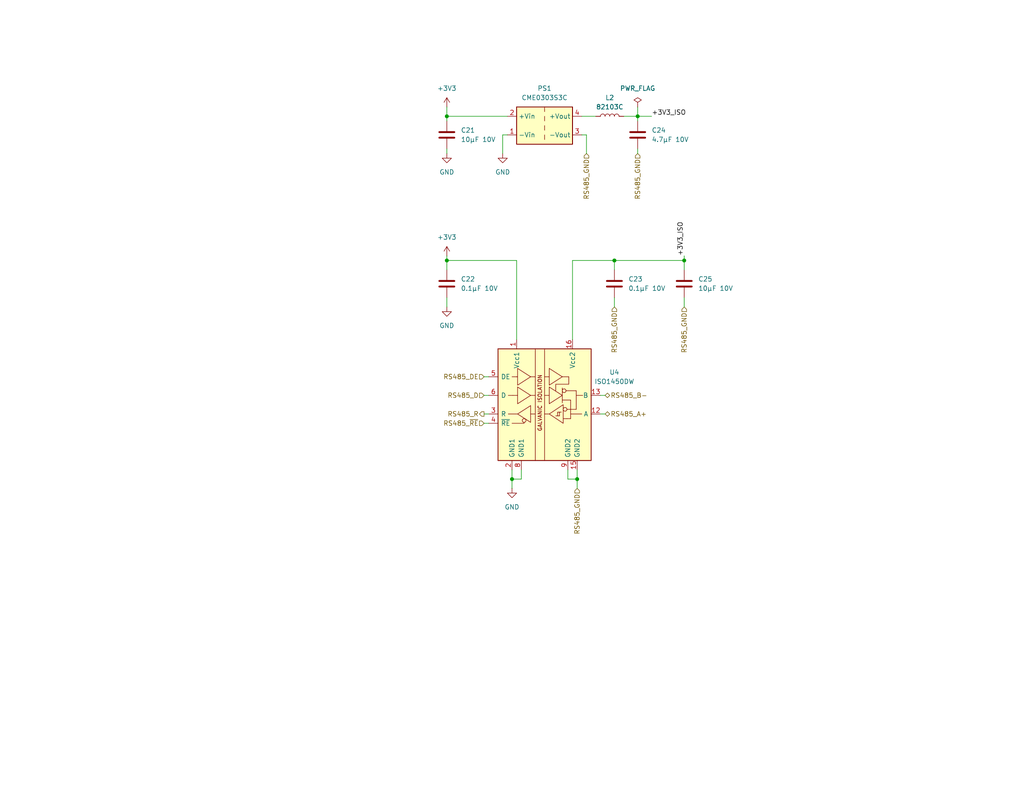
<source format=kicad_sch>
(kicad_sch (version 20231120) (generator "eeschema") (generator_version "8.0")
  (paper "USLetter")
  (title_block (title "Pan Tilt PCB: RS485") (date "2024-07-10") (company "Responsive Environments, MIT Media Lab") (comment 1 "Perry Naseck"))
  (lib_symbols
    (symbol "Device:C" (pin_numbers hide) (pin_names (offset 0.254))
      (property "Reference" "C" (at 0.635 2.54 0))
      (property "Value" "C" (at 0.635 -2.54 0))
      (symbol "C_0_1"
        (polyline (pts (xy -2.032 -0.762) (xy 2.032 -0.762)) (stroke (width 0.508)))
        (polyline (pts (xy -2.032 0.762) (xy 2.032 0.762)) (stroke (width 0.508)))
      )
      (symbol "C_1_1"
        (pin passive line (at 0 3.81 270) (length 2.794) (name "~") (number "1"))
        (pin passive line (at 0 -3.81 90) (length 2.794) (name "~") (number "2"))
      )
    )
    (symbol "Device:L" (pin_numbers hide) (pin_names (offset 1.016) hide)
      (property "Reference" "L" (at -1.27 0 90))
      (property "Value" "L" (at 1.905 0 90))
      (symbol "L_0_1"
        (arc (start 0 -2.54) (mid 0.6323 -1.905) (end 0 -1.27))
        (arc (start 0 -1.27) (mid 0.6323 -0.635) (end 0 0))
        (arc (start 0 0) (mid 0.6323 0.635) (end 0 1.27))
        (arc (start 0 1.27) (mid 0.6323 1.905) (end 0 2.54))
      )
      (symbol "L_1_1"
        (pin passive line (at 0 3.81 270) (length 1.27) (name "1") (number "1"))
        (pin passive line (at 0 -3.81 90) (length 1.27) (name "2") (number "2"))
      )
    )
    (symbol "pan-tilt-pcb:CME0303S3C"
      (property "Reference" "PS" (at -7.62 6.35 0))
      (property "Value" "CME0303S3C" (at 1.27 6.35 0))
      (symbol "CME0303S3C_0_0"
        (pin power_in line (at -10.16 -2.54 0) (length 2.54) (name "-Vin") (number "1"))
        (pin power_in line (at -10.16 2.54 0) (length 2.54) (name "+Vin") (number "2"))
        (pin power_out line (at 10.16 -2.54 180) (length 2.54) (name "-Vout") (number "3"))
        (pin power_out line (at 10.16 2.54 180) (length 2.54) (name "+Vout") (number "4"))
      )
      (symbol "CME0303S3C_0_1"
        (rectangle (start -7.62 5.08) (end 7.62 -5.08) (stroke (width 0.254)) (fill (type background)))
        (polyline (pts (xy 0 -2.54) (xy 0 -3.81)))
        (polyline (pts (xy 0 0) (xy 0 -1.27)))
        (polyline (pts (xy 0 2.54) (xy 0 1.27)))
        (polyline (pts (xy 0 5.08) (xy 0 3.81)))
      )
    )
    (symbol "pan-tilt-pcb:ISO1450DW" (pin_names (offset 0.762))
      (property "Reference" "U" (at 0 19.05 0))
      (property "Value" "ISO1450DW" (at 0 16.51 0))
      (symbol "ISO1450DW_0_0"
        (rectangle (start -12.7 15.24) (end 12.7 -15.24) (stroke (width 0.254)) (fill (type background)))
        (polyline (pts (xy -8.636 2.54) (xy -9.906 2.54)))
        (polyline (pts (xy -7.62 7.62) (xy -8.89 7.62)))
        (polyline (pts (xy -7.366 7.62) (xy -7.62 7.62)))
        (polyline (pts (xy -2.54 15.24) (xy -2.54 -15.24)))
        (polyline (pts (xy 0 15.24) (xy 0 -15.24)))
        (polyline (pts (xy -7.366 4.826) (xy -7.366 0.254) (xy -3.81 2.54) (xy -7.366 4.826)))
        (polyline (pts (xy -7.366 9.906) (xy -7.366 5.334) (xy -3.81 7.62) (xy -7.366 9.906)))
        (polyline (pts (xy -3.81 -0.254) (xy -3.81 -4.826) (xy -7.366 -2.54) (xy -3.81 -0.254)))
        (polyline (pts (xy 1.27 9.906) (xy 1.27 5.334) (xy 4.826 7.62) (xy 1.27 9.906)))
        (text "GALVANIC ISOLATION" (at -1.27 0.508 900) (effects (font (size 1.016 1.016))))
      )
      (symbol "ISO1450DW_0_1"
        (circle (center -5.588 -4.318) (radius 0.508))
        (polyline (pts (xy -7.366 -2.54) (xy -9.906 -2.54)))
        (polyline (pts (xy -7.366 2.54) (xy -8.636 2.54)))
        (polyline (pts (xy -3.81 -2.54) (xy -2.54 -2.54)))
        (polyline (pts (xy -3.81 2.54) (xy -2.54 2.54)))
        (polyline (pts (xy -3.81 7.62) (xy -2.54 7.62)))
        (polyline (pts (xy 0 -2.54) (xy 1.27 -2.54)))
        (polyline (pts (xy 0 2.54) (xy 1.27 2.54)))
        (polyline (pts (xy 0 7.62) (xy 1.27 7.62)))
        (polyline (pts (xy 3.556 -2.286) (xy 3.556 -3.048)))
        (polyline (pts (xy 4.064 -3.048) (xy 3.048 -3.048)))
        (polyline (pts (xy 4.064 -2.286) (xy 4.064 -3.048)))
        (polyline (pts (xy 4.064 -2.286) (xy 4.064 -2.032)))
        (polyline (pts (xy 4.826 1.27) (xy 6.096 1.27)))
        (polyline (pts (xy 4.826 4.572) (xy 4.826 0.508)))
        (polyline (pts (xy 4.826 7.62) (xy 6.604 7.62)))
        (polyline (pts (xy 5.08 -3.81) (xy 6.096 -3.81)))
        (polyline (pts (xy 5.842 3.81) (xy 8.636 3.81)))
        (polyline (pts (xy 6.096 -1.27) (xy 8.636 -1.27)))
        (polyline (pts (xy 6.096 1.27) (xy 7.112 1.27)))
        (polyline (pts (xy 7.112 -3.81) (xy 6.096 -3.81)))
        (polyline (pts (xy 7.112 1.27) (xy 7.112 -3.81)))
        (polyline (pts (xy 8.636 -1.27) (xy 8.636 3.81)))
        (polyline (pts (xy 8.636 2.54) (xy 10.414 2.54)))
        (polyline (pts (xy -8.89 -5.08) (xy -5.588 -5.08) (xy -5.588 -4.826)))
        (polyline (pts (xy 3.556 -2.286) (xy 3.556 -2.032) (xy 4.572 -2.032)))
        (polyline (pts (xy 10.16 -2.54) (xy 8.89 -2.54) (xy 7.112 -2.54)))
        (polyline (pts (xy 1.27 -2.54) (xy 5.08 0) (xy 5.08 -5.08) (xy 1.27 -2.54)))
        (polyline (pts (xy 6.604 7.62) (xy 6.604 5.588) (xy 3.048 5.588) (xy 3.048 3.81)))
        (circle (center 5.334 3.81) (radius 0.508))
        (circle (center 5.588 -1.27) (radius 0.508))
      )
      (symbol "ISO1450DW_1_0"
        (polyline (pts (xy 1.27 4.826) (xy 1.27 0.254) (xy 4.826 2.54) (xy 1.27 4.826)))
      )
      (symbol "ISO1450DW_1_1"
        (pin power_in line (at -7.62 17.78 270) (length 2.54) (name "Vcc1") (number "1"))
        (pin no_connect line (at 12.7 5.08 180) (length 2.54) hide (name "NC") (number "10"))
        (pin no_connect line (at 12.7 10.16 180) (length 2.54) hide (name "NC") (number "11"))
        (pin bidirectional line (at 15.24 -2.54 180) (length 2.54) (name "A") (number "12"))
        (pin bidirectional line (at 15.24 2.54 180) (length 2.54) (name "B") (number "13"))
        (pin no_connect line (at 12.7 7.62 180) (length 2.54) hide (name "NC") (number "14"))
        (pin power_in line (at 8.89 -17.78 90) (length 2.54) (name "GND2") (number "15"))
        (pin power_in line (at 7.62 17.78 270) (length 2.54) (name "Vcc2") (number "16"))
        (pin power_in line (at -8.89 -17.78 90) (length 2.54) (name "GND1") (number "2"))
        (pin output line (at -15.24 -2.54 0) (length 2.54) (name "R") (number "3"))
        (pin input line (at -15.24 -5.08 0) (length 2.54) (name "~{RE}") (number "4"))
        (pin input line (at -15.24 7.62 0) (length 2.54) (name "DE") (number "5"))
        (pin input line (at -15.24 2.54 0) (length 2.54) (name "D") (number "6"))
        (pin no_connect line (at -12.7 10.16 0) (length 2.54) hide (name "NC") (number "7"))
        (pin power_in line (at -6.35 -17.78 90) (length 2.54) (name "GND1") (number "8"))
        (pin power_in line (at 6.35 -17.78 90) (length 2.54) (name "GND2") (number "9"))
      )
    )
    (symbol "power:+3V3" (power) (pin_numbers hide) (pin_names (offset 0) hide)
      (property "Value" "+3V3" (at 0 3.556 0))
      (symbol "+3V3_0_1"
        (polyline (pts (xy -0.762 1.27) (xy 0 2.54)))
        (polyline (pts (xy 0 0) (xy 0 2.54)))
        (polyline (pts (xy 0 2.54) (xy 0.762 1.27)))
      )
      (symbol "+3V3_1_1"
        (pin power_in line (at 0 0 90) (length 0) (name "~") (number "1"))
      )
    )
    (symbol "power:GND" (power) (pin_numbers hide) (pin_names (offset 0) hide)
      (property "Value" "GND" (at 0 -3.81 0))
      (symbol "GND_0_1"
        (polyline (pts (xy 0 0) (xy 0 -1.27) (xy 1.27 -1.27) (xy 0 -2.54) (xy -1.27 -1.27) (xy 0 -1.27)))
      )
      (symbol "GND_1_1"
        (pin power_in line (at 0 0 270) (length 0) (name "~") (number "1"))
      )
    )
    (symbol "power:PWR_FLAG" (power) (pin_numbers hide) (pin_names (offset 0) hide)
      (property "Value" "PWR_FLAG" (at 0 3.81 0))
      (symbol "PWR_FLAG_0_0"
        (pin power_out line (at 0 0 90) (length 0) (name "~") (number "1"))
      )
      (symbol "PWR_FLAG_0_1"
        (polyline (pts (xy 0 0) (xy 0 1.27) (xy -1.016 1.905) (xy 0 2.54) (xy 1.016 1.905) (xy 0 1.27)))
      )
    )
  )
  (junction (at 139.7 130.81))
  (junction (at 121.92 71.12))
  (junction (at 173.99 31.75))
  (junction (at 157.48 130.81))
  (junction (at 121.92 31.75))
  (junction (at 186.69 71.12))
  (junction (at 167.64 71.12))
  (wire (pts (xy 121.92 31.75) (xy 121.92 33.02)))
  (wire (pts (xy 140.97 71.12) (xy 140.97 92.71)))
  (wire (pts (xy 121.92 31.75) (xy 138.43 31.75)))
  (wire (pts (xy 156.21 71.12) (xy 156.21 92.71)))
  (wire (pts (xy 186.69 69.85) (xy 186.69 71.12)))
  (wire (pts (xy 173.99 41.91) (xy 173.99 40.64)))
  (wire (pts (xy 121.92 71.12) (xy 140.97 71.12)))
  (wire (pts (xy 154.94 128.27) (xy 154.94 130.81)))
  (wire (pts (xy 157.48 128.27) (xy 157.48 130.81)))
  (wire (pts (xy 186.69 81.28) (xy 186.69 83.82)))
  (wire (pts (xy 162.56 31.75) (xy 158.75 31.75)))
  (wire (pts (xy 173.99 29.21) (xy 173.99 31.75)))
  (wire (pts (xy 167.64 71.12) (xy 167.64 73.66)))
  (wire (pts (xy 177.8 31.75) (xy 173.99 31.75)))
  (wire (pts (xy 163.83 107.95) (xy 165.1 107.95)))
  (wire (pts (xy 132.08 107.95) (xy 133.35 107.95)))
  (wire (pts (xy 167.64 81.28) (xy 167.64 83.82)))
  (wire (pts (xy 160.02 36.83) (xy 160.02 41.91)))
  (wire (pts (xy 163.83 113.03) (xy 165.1 113.03)))
  (wire (pts (xy 121.92 73.66) (xy 121.92 71.12)))
  (wire (pts (xy 167.64 71.12) (xy 186.69 71.12)))
  (wire (pts (xy 142.24 128.27) (xy 142.24 130.81)))
  (wire (pts (xy 132.08 113.03) (xy 133.35 113.03)))
  (wire (pts (xy 156.21 71.12) (xy 167.64 71.12)))
  (wire (pts (xy 121.92 69.85) (xy 121.92 71.12)))
  (wire (pts (xy 132.08 115.57) (xy 133.35 115.57)))
  (wire (pts (xy 157.48 130.81) (xy 157.48 133.35)))
  (wire (pts (xy 154.94 130.81) (xy 157.48 130.81)))
  (wire (pts (xy 139.7 133.35) (xy 139.7 130.81)))
  (wire (pts (xy 139.7 128.27) (xy 139.7 130.81)))
  (wire (pts (xy 160.02 36.83) (xy 158.75 36.83)))
  (wire (pts (xy 173.99 33.02) (xy 173.99 31.75)))
  (wire (pts (xy 142.24 130.81) (xy 139.7 130.81)))
  (wire (pts (xy 137.16 36.83) (xy 138.43 36.83)))
  (wire (pts (xy 121.92 40.64) (xy 121.92 41.91)))
  (wire (pts (xy 186.69 73.66) (xy 186.69 71.12)))
  (wire (pts (xy 121.92 81.28) (xy 121.92 83.82)))
  (wire (pts (xy 173.99 31.75) (xy 170.18 31.75)))
  (wire (pts (xy 132.08 102.87) (xy 133.35 102.87)))
  (wire (pts (xy 121.92 29.21) (xy 121.92 31.75)))
  (wire (pts (xy 137.16 36.83) (xy 137.16 41.91)))
  (label "+3V3_ISO" (at 177.8 31.75 0))
  (label "+3V3_ISO" (at 186.69 69.85 90))
  (hierarchical_label "RS485_GND" (shape input) (at 173.99 41.91 270))
  (hierarchical_label "RS485_~{RE}" (shape input) (at 132.08 115.57 180))
  (hierarchical_label "RS485_GND" (shape input) (at 157.48 133.35 270))
  (hierarchical_label "RS485_R" (shape output) (at 132.08 113.03 180))
  (hierarchical_label "RS485_GND" (shape input) (at 167.64 83.82 270))
  (hierarchical_label "RS485_GND" (shape input) (at 186.69 83.82 270))
  (hierarchical_label "RS485_GND" (shape input) (at 160.02 41.91 270))
  (hierarchical_label "RS485_B-" (shape bidirectional) (at 165.1 107.95 0))
  (hierarchical_label "RS485_DE" (shape input) (at 132.08 102.87 180))
  (hierarchical_label "RS485_D" (shape input) (at 132.08 107.95 180))
  (hierarchical_label "RS485_A+" (shape bidirectional) (at 165.1 113.03 0))
  (symbol (lib_id "power:GND") (at 121.92 41.91 0) (unit 1)
    (property "Reference" "#PWR055" (effects (hide yes)))
    (property "Value" "GND" (at 121.92 46.99 0))
    (property "Description" "Power symbol creates a global label with name \"GND\" , ground" (effects (hide yes)))
  )
  (symbol (lib_id "Device:C") (at 167.64 77.47 0) (unit 1)
    (property "Reference" "C23" (at 171.45 76.1999 0) (effects (justify left)))
    (property "Value" "0.1µF 10V" (at 171.45 78.7399 0) (effects (justify left)))
    (property "Description" "Unpolarized capacitor" (effects (hide yes)))
  )
  (symbol (lib_id "power:+3V3") (at 121.92 29.21 0) (unit 1)
    (property "Reference" "#PWR054" (effects (hide yes)))
    (property "Value" "+3V3" (at 121.92 24.13 0))
    (property "Description" "Power symbol creates a global label with name \"+3V3\"" (effects (hide yes)))
  )
  (symbol (lib_id "Device:C") (at 121.92 77.47 0) (unit 1)
    (property "Reference" "C22" (at 125.73 76.1999 0) (effects (justify left)))
    (property "Value" "0.1µF 10V" (at 125.73 78.7399 0) (effects (justify left)))
    (property "Description" "Unpolarized capacitor" (effects (hide yes)))
  )
  (symbol (lib_id "power:+3V3") (at 121.92 69.85 0) (unit 1)
    (property "Reference" "#PWR056" (effects (hide yes)))
    (property "Value" "+3V3" (at 121.92 64.77 0))
    (property "Description" "Power symbol creates a global label with name \"+3V3\"" (effects (hide yes)))
  )
  (symbol (lib_id "pan-tilt-pcb:ISO1450DW") (at 148.59 110.49 0) (unit 1)
    (property "Reference" "U4" (at 167.64 101.6314 0))
    (property "Value" "ISO1450DW" (at 167.64 104.1714 0))
    (property "Footprint" "Package_SO:SOIC-16W_7.5x10.3mm_P1.27mm" (effects (hide yes)))
    (property "Datasheet" "http://www.ti.com/lit/ds/symlink/iso1450.pdf" (effects (hide yes)))
    (property "Description" "50 Mbps, Isolated 5-V Half-Duplex RS-485 transceiver, SOIC-16, Reinforced Isolation" (effects (hide yes)))
  )
  (symbol (lib_id "pan-tilt-pcb:CME0303S3C") (at 148.59 34.29 0) (unit 1)
    (property "Reference" "PS1" (at 148.59 24.13 0))
    (property "Value" "CME0303S3C" (at 148.59 26.67 0))
    (property "Footprint" "Converter_DCDC:Converter_DCDC_Murata_MEE1SxxxxSC_THT" (effects (hide yes)))
    (property "Datasheet" "https://www.mouser.com/datasheet/2/281/1/kdc_cme-2941013.pdf" (effects (hide yes)))
    (property "Description" "0.75W, 3000 VDC isolated DC/DC converter, 3V3 input, 3V3 output, SIP" (effects (hide yes)))
  )
  (symbol (lib_id "Device:C") (at 173.99 36.83 0) (unit 1)
    (property "Reference" "C24" (at 177.8 35.5599 0) (effects (justify left)))
    (property "Value" "4.7μF 10V" (at 177.8 38.0999 0) (effects (justify left)))
    (property "Description" "Unpolarized capacitor" (effects (hide yes)))
  )
  (symbol (lib_id "power:PWR_FLAG") (at 173.99 29.21 0) (unit 1)
    (property "Reference" "#FLG06" (effects (hide yes)))
    (property "Value" "PWR_FLAG" (at 173.99 24.13 0))
    (property "Description" "Special symbol for telling ERC where power comes from" (effects (hide yes)))
  )
  (symbol (lib_id "Device:C") (at 186.69 77.47 0) (unit 1)
    (property "Reference" "C25" (at 190.5 76.1999 0) (effects (justify left)))
    (property "Value" "10µF 10V" (at 190.5 78.7399 0) (effects (justify left)))
    (property "Description" "Unpolarized capacitor" (effects (hide yes)))
  )
  (symbol (lib_id "Device:C") (at 121.92 36.83 0) (unit 1)
    (property "Reference" "C21" (at 125.73 35.5599 0) (effects (justify left)))
    (property "Value" "10µF 10V" (at 125.73 38.0999 0) (effects (justify left)))
    (property "Description" "Unpolarized capacitor" (effects (hide yes)))
  )
  (symbol (lib_id "Device:L") (at 166.37 31.75 90) (unit 1)
    (property "Reference" "L2" (at 166.37 26.67 90))
    (property "Value" "82103C" (at 166.37 29.21 90))
    (property "Description" "Inductor" (effects (hide yes)))
  )
  (symbol (lib_id "power:GND") (at 137.16 41.91 0) (unit 1)
    (property "Reference" "#PWR058" (effects (hide yes)))
    (property "Value" "GND" (at 137.16 46.99 0))
    (property "Description" "Power symbol creates a global label with name \"GND\" , ground" (effects (hide yes)))
  )
  (symbol (lib_id "power:GND") (at 121.92 83.82 0) (unit 1)
    (property "Reference" "#PWR057" (effects (hide yes)))
    (property "Value" "GND" (at 121.92 88.9 0))
    (property "Description" "Power symbol creates a global label with name \"GND\" , ground" (effects (hide yes)))
  )
  (symbol (lib_id "power:GND") (at 139.7 133.35 0) (unit 1)
    (property "Reference" "#PWR059" (effects (hide yes)))
    (property "Value" "GND" (at 139.7 138.43 0))
    (property "Description" "Power symbol creates a global label with name \"GND\" , ground" (effects (hide yes)))
  )
)
</source>
